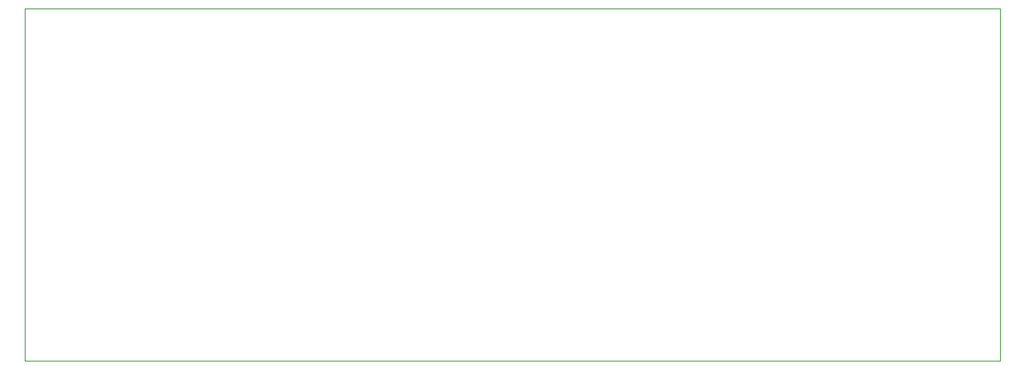
<source format=gbr>
%TF.GenerationSoftware,KiCad,Pcbnew,5.1.5+dfsg1-2build2*%
%TF.CreationDate,2021-10-16T12:52:01+01:00*%
%TF.ProjectId,motor_driver_v1,6d6f746f-725f-4647-9269-7665725f7631,rev?*%
%TF.SameCoordinates,Original*%
%TF.FileFunction,Profile,NP*%
%FSLAX46Y46*%
G04 Gerber Fmt 4.6, Leading zero omitted, Abs format (unit mm)*
G04 Created by KiCad (PCBNEW 5.1.5+dfsg1-2build2) date 2021-10-16 12:52:01*
%MOMM*%
%LPD*%
G04 APERTURE LIST*
%TA.AperFunction,Profile*%
%ADD10C,0.050000*%
%TD*%
G04 APERTURE END LIST*
D10*
X44704000Y-65024000D02*
X44704000Y-55372000D01*
X151384000Y-65024000D02*
X44704000Y-65024000D01*
X151384000Y-64008000D02*
X151384000Y-65024000D01*
X151384000Y-26416000D02*
X151384000Y-64008000D01*
X44704000Y-26416000D02*
X151384000Y-26416000D01*
X44704000Y-55372000D02*
X44704000Y-26416000D01*
M02*

</source>
